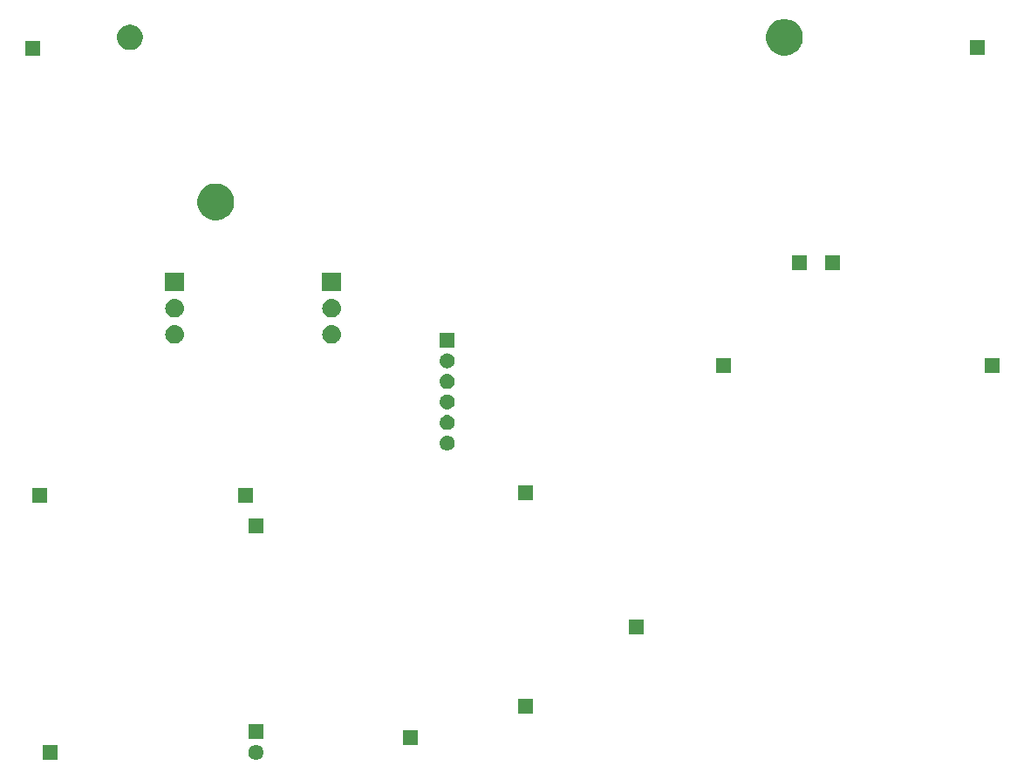
<source format=gbr>
G04 #@! TF.GenerationSoftware,KiCad,Pcbnew,(5.1.0)-1*
G04 #@! TF.CreationDate,2019-06-24T17:08:15-03:00*
G04 #@! TF.ProjectId,Main,4d61696e-2e6b-4696-9361-645f70636258,1.0*
G04 #@! TF.SameCoordinates,Original*
G04 #@! TF.FileFunction,Soldermask,Bot*
G04 #@! TF.FilePolarity,Negative*
%FSLAX46Y46*%
G04 Gerber Fmt 4.6, Leading zero omitted, Abs format (unit mm)*
G04 Created by KiCad (PCBNEW (5.1.0)-1) date 2019-06-24 17:08:15*
%MOMM*%
%LPD*%
G04 APERTURE LIST*
%ADD10C,0.100000*%
G04 APERTURE END LIST*
D10*
G36*
X49691213Y-97087502D02*
G01*
X49762321Y-97094505D01*
X49899172Y-97136019D01*
X49899175Y-97136020D01*
X50025294Y-97203432D01*
X50135843Y-97294157D01*
X50226568Y-97404706D01*
X50293980Y-97530825D01*
X50293981Y-97530828D01*
X50335495Y-97667679D01*
X50349512Y-97810000D01*
X50335495Y-97952321D01*
X50293981Y-98089172D01*
X50293980Y-98089175D01*
X50226568Y-98215294D01*
X50135843Y-98325843D01*
X50025294Y-98416568D01*
X49899175Y-98483980D01*
X49899172Y-98483981D01*
X49762321Y-98525495D01*
X49691213Y-98532498D01*
X49655660Y-98536000D01*
X49584340Y-98536000D01*
X49548787Y-98532498D01*
X49477679Y-98525495D01*
X49340828Y-98483981D01*
X49340825Y-98483980D01*
X49214706Y-98416568D01*
X49104157Y-98325843D01*
X49013432Y-98215294D01*
X48946020Y-98089175D01*
X48946019Y-98089172D01*
X48904505Y-97952321D01*
X48890488Y-97810000D01*
X48904505Y-97667679D01*
X48946019Y-97530828D01*
X48946020Y-97530825D01*
X49013432Y-97404706D01*
X49104157Y-97294157D01*
X49214706Y-97203432D01*
X49340825Y-97136020D01*
X49340828Y-97136019D01*
X49477679Y-97094505D01*
X49548787Y-97087502D01*
X49584340Y-97084000D01*
X49655660Y-97084000D01*
X49691213Y-97087502D01*
X49691213Y-97087502D01*
G37*
G36*
X30346000Y-98536000D02*
G01*
X28894000Y-98536000D01*
X28894000Y-97084000D01*
X30346000Y-97084000D01*
X30346000Y-98536000D01*
X30346000Y-98536000D01*
G37*
G36*
X65346000Y-97066000D02*
G01*
X63894000Y-97066000D01*
X63894000Y-95614000D01*
X65346000Y-95614000D01*
X65346000Y-97066000D01*
X65346000Y-97066000D01*
G37*
G36*
X50346000Y-96536000D02*
G01*
X48894000Y-96536000D01*
X48894000Y-95084000D01*
X50346000Y-95084000D01*
X50346000Y-96536000D01*
X50346000Y-96536000D01*
G37*
G36*
X76496000Y-94046000D02*
G01*
X75044000Y-94046000D01*
X75044000Y-92594000D01*
X76496000Y-92594000D01*
X76496000Y-94046000D01*
X76496000Y-94046000D01*
G37*
G36*
X87296000Y-86336000D02*
G01*
X85844000Y-86336000D01*
X85844000Y-84884000D01*
X87296000Y-84884000D01*
X87296000Y-86336000D01*
X87296000Y-86336000D01*
G37*
G36*
X50346000Y-76536000D02*
G01*
X48894000Y-76536000D01*
X48894000Y-75084000D01*
X50346000Y-75084000D01*
X50346000Y-76536000D01*
X50346000Y-76536000D01*
G37*
G36*
X49346000Y-73536000D02*
G01*
X47894000Y-73536000D01*
X47894000Y-72084000D01*
X49346000Y-72084000D01*
X49346000Y-73536000D01*
X49346000Y-73536000D01*
G37*
G36*
X29346000Y-73536000D02*
G01*
X27894000Y-73536000D01*
X27894000Y-72084000D01*
X29346000Y-72084000D01*
X29346000Y-73536000D01*
X29346000Y-73536000D01*
G37*
G36*
X76496000Y-73336000D02*
G01*
X75044000Y-73336000D01*
X75044000Y-71884000D01*
X76496000Y-71884000D01*
X76496000Y-73336000D01*
X76496000Y-73336000D01*
G37*
G36*
X68251213Y-67027502D02*
G01*
X68322321Y-67034505D01*
X68459172Y-67076019D01*
X68459175Y-67076020D01*
X68585294Y-67143432D01*
X68695843Y-67234157D01*
X68786568Y-67344706D01*
X68853980Y-67470825D01*
X68853981Y-67470828D01*
X68895495Y-67607679D01*
X68909512Y-67750000D01*
X68895495Y-67892321D01*
X68853981Y-68029172D01*
X68853980Y-68029175D01*
X68786568Y-68155294D01*
X68695843Y-68265843D01*
X68585294Y-68356568D01*
X68459175Y-68423980D01*
X68459172Y-68423981D01*
X68322321Y-68465495D01*
X68251213Y-68472498D01*
X68215660Y-68476000D01*
X68144340Y-68476000D01*
X68108787Y-68472498D01*
X68037679Y-68465495D01*
X67900828Y-68423981D01*
X67900825Y-68423980D01*
X67774706Y-68356568D01*
X67664157Y-68265843D01*
X67573432Y-68155294D01*
X67506020Y-68029175D01*
X67506019Y-68029172D01*
X67464505Y-67892321D01*
X67450488Y-67750000D01*
X67464505Y-67607679D01*
X67506019Y-67470828D01*
X67506020Y-67470825D01*
X67573432Y-67344706D01*
X67664157Y-67234157D01*
X67774706Y-67143432D01*
X67900825Y-67076020D01*
X67900828Y-67076019D01*
X68037679Y-67034505D01*
X68108787Y-67027502D01*
X68144340Y-67024000D01*
X68215660Y-67024000D01*
X68251213Y-67027502D01*
X68251213Y-67027502D01*
G37*
G36*
X68251213Y-65027502D02*
G01*
X68322321Y-65034505D01*
X68459172Y-65076019D01*
X68459175Y-65076020D01*
X68585294Y-65143432D01*
X68695843Y-65234157D01*
X68786568Y-65344706D01*
X68853980Y-65470825D01*
X68853981Y-65470828D01*
X68895495Y-65607679D01*
X68909512Y-65750000D01*
X68895495Y-65892321D01*
X68853981Y-66029172D01*
X68853980Y-66029175D01*
X68786568Y-66155294D01*
X68695843Y-66265843D01*
X68585294Y-66356568D01*
X68459175Y-66423980D01*
X68459172Y-66423981D01*
X68322321Y-66465495D01*
X68251213Y-66472498D01*
X68215660Y-66476000D01*
X68144340Y-66476000D01*
X68108787Y-66472498D01*
X68037679Y-66465495D01*
X67900828Y-66423981D01*
X67900825Y-66423980D01*
X67774706Y-66356568D01*
X67664157Y-66265843D01*
X67573432Y-66155294D01*
X67506020Y-66029175D01*
X67506019Y-66029172D01*
X67464505Y-65892321D01*
X67450488Y-65750000D01*
X67464505Y-65607679D01*
X67506019Y-65470828D01*
X67506020Y-65470825D01*
X67573432Y-65344706D01*
X67664157Y-65234157D01*
X67774706Y-65143432D01*
X67900825Y-65076020D01*
X67900828Y-65076019D01*
X68037679Y-65034505D01*
X68108787Y-65027502D01*
X68144340Y-65024000D01*
X68215660Y-65024000D01*
X68251213Y-65027502D01*
X68251213Y-65027502D01*
G37*
G36*
X68251213Y-63027502D02*
G01*
X68322321Y-63034505D01*
X68459172Y-63076019D01*
X68459175Y-63076020D01*
X68585294Y-63143432D01*
X68695843Y-63234157D01*
X68786568Y-63344706D01*
X68853980Y-63470825D01*
X68853981Y-63470828D01*
X68895495Y-63607679D01*
X68909512Y-63750000D01*
X68895495Y-63892321D01*
X68853981Y-64029172D01*
X68853980Y-64029175D01*
X68786568Y-64155294D01*
X68695843Y-64265843D01*
X68585294Y-64356568D01*
X68459175Y-64423980D01*
X68459172Y-64423981D01*
X68322321Y-64465495D01*
X68251213Y-64472498D01*
X68215660Y-64476000D01*
X68144340Y-64476000D01*
X68108787Y-64472498D01*
X68037679Y-64465495D01*
X67900828Y-64423981D01*
X67900825Y-64423980D01*
X67774706Y-64356568D01*
X67664157Y-64265843D01*
X67573432Y-64155294D01*
X67506020Y-64029175D01*
X67506019Y-64029172D01*
X67464505Y-63892321D01*
X67450488Y-63750000D01*
X67464505Y-63607679D01*
X67506019Y-63470828D01*
X67506020Y-63470825D01*
X67573432Y-63344706D01*
X67664157Y-63234157D01*
X67774706Y-63143432D01*
X67900825Y-63076020D01*
X67900828Y-63076019D01*
X68037679Y-63034505D01*
X68108787Y-63027502D01*
X68144340Y-63024000D01*
X68215660Y-63024000D01*
X68251213Y-63027502D01*
X68251213Y-63027502D01*
G37*
G36*
X68251213Y-61027502D02*
G01*
X68322321Y-61034505D01*
X68459172Y-61076019D01*
X68459175Y-61076020D01*
X68585294Y-61143432D01*
X68695843Y-61234157D01*
X68786568Y-61344706D01*
X68853980Y-61470825D01*
X68853981Y-61470828D01*
X68895495Y-61607679D01*
X68909512Y-61750000D01*
X68895495Y-61892321D01*
X68853981Y-62029172D01*
X68853980Y-62029175D01*
X68786568Y-62155294D01*
X68695843Y-62265843D01*
X68585294Y-62356568D01*
X68459175Y-62423980D01*
X68459172Y-62423981D01*
X68322321Y-62465495D01*
X68251213Y-62472498D01*
X68215660Y-62476000D01*
X68144340Y-62476000D01*
X68108787Y-62472498D01*
X68037679Y-62465495D01*
X67900828Y-62423981D01*
X67900825Y-62423980D01*
X67774706Y-62356568D01*
X67664157Y-62265843D01*
X67573432Y-62155294D01*
X67506020Y-62029175D01*
X67506019Y-62029172D01*
X67464505Y-61892321D01*
X67450488Y-61750000D01*
X67464505Y-61607679D01*
X67506019Y-61470828D01*
X67506020Y-61470825D01*
X67573432Y-61344706D01*
X67664157Y-61234157D01*
X67774706Y-61143432D01*
X67900825Y-61076020D01*
X67900828Y-61076019D01*
X68037679Y-61034505D01*
X68108787Y-61027502D01*
X68144340Y-61024000D01*
X68215660Y-61024000D01*
X68251213Y-61027502D01*
X68251213Y-61027502D01*
G37*
G36*
X121776000Y-60956000D02*
G01*
X120324000Y-60956000D01*
X120324000Y-59504000D01*
X121776000Y-59504000D01*
X121776000Y-60956000D01*
X121776000Y-60956000D01*
G37*
G36*
X95756000Y-60916000D02*
G01*
X94304000Y-60916000D01*
X94304000Y-59464000D01*
X95756000Y-59464000D01*
X95756000Y-60916000D01*
X95756000Y-60916000D01*
G37*
G36*
X68251213Y-59027502D02*
G01*
X68322321Y-59034505D01*
X68459172Y-59076019D01*
X68459175Y-59076020D01*
X68585294Y-59143432D01*
X68695843Y-59234157D01*
X68786568Y-59344706D01*
X68853980Y-59470825D01*
X68853981Y-59470828D01*
X68895495Y-59607679D01*
X68909512Y-59750000D01*
X68895495Y-59892321D01*
X68853981Y-60029172D01*
X68853980Y-60029175D01*
X68786568Y-60155294D01*
X68695843Y-60265843D01*
X68585294Y-60356568D01*
X68459175Y-60423980D01*
X68459172Y-60423981D01*
X68322321Y-60465495D01*
X68251213Y-60472498D01*
X68215660Y-60476000D01*
X68144340Y-60476000D01*
X68108787Y-60472498D01*
X68037679Y-60465495D01*
X67900828Y-60423981D01*
X67900825Y-60423980D01*
X67774706Y-60356568D01*
X67664157Y-60265843D01*
X67573432Y-60155294D01*
X67506020Y-60029175D01*
X67506019Y-60029172D01*
X67464505Y-59892321D01*
X67450488Y-59750000D01*
X67464505Y-59607679D01*
X67506019Y-59470828D01*
X67506020Y-59470825D01*
X67573432Y-59344706D01*
X67664157Y-59234157D01*
X67774706Y-59143432D01*
X67900825Y-59076020D01*
X67900828Y-59076019D01*
X68037679Y-59034505D01*
X68108787Y-59027502D01*
X68144340Y-59024000D01*
X68215660Y-59024000D01*
X68251213Y-59027502D01*
X68251213Y-59027502D01*
G37*
G36*
X68906000Y-58476000D02*
G01*
X67454000Y-58476000D01*
X67454000Y-57024000D01*
X68906000Y-57024000D01*
X68906000Y-58476000D01*
X68906000Y-58476000D01*
G37*
G36*
X57070442Y-56295518D02*
G01*
X57136627Y-56302037D01*
X57306466Y-56353557D01*
X57462991Y-56437222D01*
X57498729Y-56466552D01*
X57600186Y-56549814D01*
X57683448Y-56651271D01*
X57712778Y-56687009D01*
X57796443Y-56843534D01*
X57847963Y-57013373D01*
X57865359Y-57190000D01*
X57847963Y-57366627D01*
X57796443Y-57536466D01*
X57712778Y-57692991D01*
X57683448Y-57728729D01*
X57600186Y-57830186D01*
X57498729Y-57913448D01*
X57462991Y-57942778D01*
X57306466Y-58026443D01*
X57136627Y-58077963D01*
X57070442Y-58084482D01*
X57004260Y-58091000D01*
X56915740Y-58091000D01*
X56849558Y-58084482D01*
X56783373Y-58077963D01*
X56613534Y-58026443D01*
X56457009Y-57942778D01*
X56421271Y-57913448D01*
X56319814Y-57830186D01*
X56236552Y-57728729D01*
X56207222Y-57692991D01*
X56123557Y-57536466D01*
X56072037Y-57366627D01*
X56054641Y-57190000D01*
X56072037Y-57013373D01*
X56123557Y-56843534D01*
X56207222Y-56687009D01*
X56236552Y-56651271D01*
X56319814Y-56549814D01*
X56421271Y-56466552D01*
X56457009Y-56437222D01*
X56613534Y-56353557D01*
X56783373Y-56302037D01*
X56849558Y-56295518D01*
X56915740Y-56289000D01*
X57004260Y-56289000D01*
X57070442Y-56295518D01*
X57070442Y-56295518D01*
G37*
G36*
X41830442Y-56295518D02*
G01*
X41896627Y-56302037D01*
X42066466Y-56353557D01*
X42222991Y-56437222D01*
X42258729Y-56466552D01*
X42360186Y-56549814D01*
X42443448Y-56651271D01*
X42472778Y-56687009D01*
X42556443Y-56843534D01*
X42607963Y-57013373D01*
X42625359Y-57190000D01*
X42607963Y-57366627D01*
X42556443Y-57536466D01*
X42472778Y-57692991D01*
X42443448Y-57728729D01*
X42360186Y-57830186D01*
X42258729Y-57913448D01*
X42222991Y-57942778D01*
X42066466Y-58026443D01*
X41896627Y-58077963D01*
X41830442Y-58084482D01*
X41764260Y-58091000D01*
X41675740Y-58091000D01*
X41609558Y-58084482D01*
X41543373Y-58077963D01*
X41373534Y-58026443D01*
X41217009Y-57942778D01*
X41181271Y-57913448D01*
X41079814Y-57830186D01*
X40996552Y-57728729D01*
X40967222Y-57692991D01*
X40883557Y-57536466D01*
X40832037Y-57366627D01*
X40814641Y-57190000D01*
X40832037Y-57013373D01*
X40883557Y-56843534D01*
X40967222Y-56687009D01*
X40996552Y-56651271D01*
X41079814Y-56549814D01*
X41181271Y-56466552D01*
X41217009Y-56437222D01*
X41373534Y-56353557D01*
X41543373Y-56302037D01*
X41609558Y-56295518D01*
X41675740Y-56289000D01*
X41764260Y-56289000D01*
X41830442Y-56295518D01*
X41830442Y-56295518D01*
G37*
G36*
X41830442Y-53755518D02*
G01*
X41896627Y-53762037D01*
X42066466Y-53813557D01*
X42222991Y-53897222D01*
X42258729Y-53926552D01*
X42360186Y-54009814D01*
X42443448Y-54111271D01*
X42472778Y-54147009D01*
X42556443Y-54303534D01*
X42607963Y-54473373D01*
X42625359Y-54650000D01*
X42607963Y-54826627D01*
X42556443Y-54996466D01*
X42472778Y-55152991D01*
X42443448Y-55188729D01*
X42360186Y-55290186D01*
X42258729Y-55373448D01*
X42222991Y-55402778D01*
X42066466Y-55486443D01*
X41896627Y-55537963D01*
X41830443Y-55544481D01*
X41764260Y-55551000D01*
X41675740Y-55551000D01*
X41609557Y-55544481D01*
X41543373Y-55537963D01*
X41373534Y-55486443D01*
X41217009Y-55402778D01*
X41181271Y-55373448D01*
X41079814Y-55290186D01*
X40996552Y-55188729D01*
X40967222Y-55152991D01*
X40883557Y-54996466D01*
X40832037Y-54826627D01*
X40814641Y-54650000D01*
X40832037Y-54473373D01*
X40883557Y-54303534D01*
X40967222Y-54147009D01*
X40996552Y-54111271D01*
X41079814Y-54009814D01*
X41181271Y-53926552D01*
X41217009Y-53897222D01*
X41373534Y-53813557D01*
X41543373Y-53762037D01*
X41609558Y-53755518D01*
X41675740Y-53749000D01*
X41764260Y-53749000D01*
X41830442Y-53755518D01*
X41830442Y-53755518D01*
G37*
G36*
X57070442Y-53755518D02*
G01*
X57136627Y-53762037D01*
X57306466Y-53813557D01*
X57462991Y-53897222D01*
X57498729Y-53926552D01*
X57600186Y-54009814D01*
X57683448Y-54111271D01*
X57712778Y-54147009D01*
X57796443Y-54303534D01*
X57847963Y-54473373D01*
X57865359Y-54650000D01*
X57847963Y-54826627D01*
X57796443Y-54996466D01*
X57712778Y-55152991D01*
X57683448Y-55188729D01*
X57600186Y-55290186D01*
X57498729Y-55373448D01*
X57462991Y-55402778D01*
X57306466Y-55486443D01*
X57136627Y-55537963D01*
X57070443Y-55544481D01*
X57004260Y-55551000D01*
X56915740Y-55551000D01*
X56849557Y-55544481D01*
X56783373Y-55537963D01*
X56613534Y-55486443D01*
X56457009Y-55402778D01*
X56421271Y-55373448D01*
X56319814Y-55290186D01*
X56236552Y-55188729D01*
X56207222Y-55152991D01*
X56123557Y-54996466D01*
X56072037Y-54826627D01*
X56054641Y-54650000D01*
X56072037Y-54473373D01*
X56123557Y-54303534D01*
X56207222Y-54147009D01*
X56236552Y-54111271D01*
X56319814Y-54009814D01*
X56421271Y-53926552D01*
X56457009Y-53897222D01*
X56613534Y-53813557D01*
X56783373Y-53762037D01*
X56849558Y-53755518D01*
X56915740Y-53749000D01*
X57004260Y-53749000D01*
X57070442Y-53755518D01*
X57070442Y-53755518D01*
G37*
G36*
X42621000Y-53011000D02*
G01*
X40819000Y-53011000D01*
X40819000Y-51209000D01*
X42621000Y-51209000D01*
X42621000Y-53011000D01*
X42621000Y-53011000D01*
G37*
G36*
X57861000Y-53011000D02*
G01*
X56059000Y-53011000D01*
X56059000Y-51209000D01*
X57861000Y-51209000D01*
X57861000Y-53011000D01*
X57861000Y-53011000D01*
G37*
G36*
X103126000Y-50956000D02*
G01*
X101674000Y-50956000D01*
X101674000Y-49504000D01*
X103126000Y-49504000D01*
X103126000Y-50956000D01*
X103126000Y-50956000D01*
G37*
G36*
X106316000Y-50926000D02*
G01*
X104864000Y-50926000D01*
X104864000Y-49474000D01*
X106316000Y-49474000D01*
X106316000Y-50926000D01*
X106316000Y-50926000D01*
G37*
G36*
X46238039Y-42602250D02*
G01*
X46427372Y-42680675D01*
X46561251Y-42736129D01*
X46852134Y-42930491D01*
X47099509Y-43177866D01*
X47293871Y-43468749D01*
X47293871Y-43468750D01*
X47427750Y-43791961D01*
X47496000Y-44135078D01*
X47496000Y-44484922D01*
X47427750Y-44828039D01*
X47349325Y-45017372D01*
X47293871Y-45151251D01*
X47099509Y-45442134D01*
X46852134Y-45689509D01*
X46561251Y-45883871D01*
X46427372Y-45939325D01*
X46238039Y-46017750D01*
X45894922Y-46086000D01*
X45545078Y-46086000D01*
X45201961Y-46017750D01*
X45012628Y-45939325D01*
X44878749Y-45883871D01*
X44587866Y-45689509D01*
X44340491Y-45442134D01*
X44146129Y-45151251D01*
X44090675Y-45017372D01*
X44012250Y-44828039D01*
X43944000Y-44484922D01*
X43944000Y-44135078D01*
X44012250Y-43791961D01*
X44146129Y-43468750D01*
X44146129Y-43468749D01*
X44340491Y-43177866D01*
X44587866Y-42930491D01*
X44878749Y-42736129D01*
X45012628Y-42680675D01*
X45201961Y-42602250D01*
X45545078Y-42534000D01*
X45894922Y-42534000D01*
X46238039Y-42602250D01*
X46238039Y-42602250D01*
G37*
G36*
X28646000Y-30136000D02*
G01*
X27194000Y-30136000D01*
X27194000Y-28684000D01*
X28646000Y-28684000D01*
X28646000Y-30136000D01*
X28646000Y-30136000D01*
G37*
G36*
X101438039Y-26602250D02*
G01*
X101627372Y-26680675D01*
X101761251Y-26736129D01*
X102052134Y-26930491D01*
X102299509Y-27177866D01*
X102493871Y-27468749D01*
X102493871Y-27468750D01*
X102627750Y-27791961D01*
X102696000Y-28135078D01*
X102696000Y-28484922D01*
X102627750Y-28828039D01*
X102597859Y-28900201D01*
X102493871Y-29151251D01*
X102299509Y-29442134D01*
X102052134Y-29689509D01*
X101761251Y-29883871D01*
X101627372Y-29939325D01*
X101438039Y-30017750D01*
X101094922Y-30086000D01*
X100745078Y-30086000D01*
X100401961Y-30017750D01*
X100212628Y-29939325D01*
X100078749Y-29883871D01*
X99787866Y-29689509D01*
X99540491Y-29442134D01*
X99346129Y-29151251D01*
X99242141Y-28900201D01*
X99212250Y-28828039D01*
X99144000Y-28484922D01*
X99144000Y-28135078D01*
X99212250Y-27791961D01*
X99346129Y-27468750D01*
X99346129Y-27468749D01*
X99540491Y-27177866D01*
X99787866Y-26930491D01*
X100078749Y-26736129D01*
X100212628Y-26680675D01*
X100401961Y-26602250D01*
X100745078Y-26534000D01*
X101094922Y-26534000D01*
X101438039Y-26602250D01*
X101438039Y-26602250D01*
G37*
G36*
X120346000Y-30036000D02*
G01*
X118894000Y-30036000D01*
X118894000Y-28584000D01*
X120346000Y-28584000D01*
X120346000Y-30036000D01*
X120346000Y-30036000D01*
G37*
G36*
X37753444Y-27111882D02*
G01*
X37980201Y-27205808D01*
X37980202Y-27205809D01*
X38184279Y-27342168D01*
X38357832Y-27515721D01*
X38448944Y-27652081D01*
X38494192Y-27719799D01*
X38588118Y-27946556D01*
X38636000Y-28187278D01*
X38636000Y-28432722D01*
X38588118Y-28673444D01*
X38494192Y-28900201D01*
X38494191Y-28900202D01*
X38357832Y-29104279D01*
X38184279Y-29277832D01*
X38047919Y-29368944D01*
X37980201Y-29414192D01*
X37753444Y-29508118D01*
X37512722Y-29556000D01*
X37267278Y-29556000D01*
X37026556Y-29508118D01*
X36799799Y-29414192D01*
X36732081Y-29368944D01*
X36595721Y-29277832D01*
X36422168Y-29104279D01*
X36285809Y-28900202D01*
X36285808Y-28900201D01*
X36191882Y-28673444D01*
X36144000Y-28432722D01*
X36144000Y-28187278D01*
X36191882Y-27946556D01*
X36285808Y-27719799D01*
X36331056Y-27652081D01*
X36422168Y-27515721D01*
X36595721Y-27342168D01*
X36799798Y-27205809D01*
X36799799Y-27205808D01*
X37026556Y-27111882D01*
X37267278Y-27064000D01*
X37512722Y-27064000D01*
X37753444Y-27111882D01*
X37753444Y-27111882D01*
G37*
M02*

</source>
